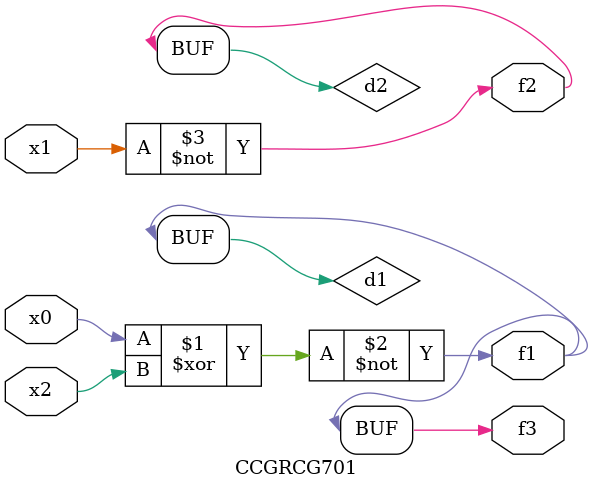
<source format=v>
module CCGRCG701(
	input x0, x1, x2,
	output f1, f2, f3
);

	wire d1, d2, d3;

	xnor (d1, x0, x2);
	nand (d2, x1);
	nor (d3, x1, x2);
	assign f1 = d1;
	assign f2 = d2;
	assign f3 = d1;
endmodule

</source>
